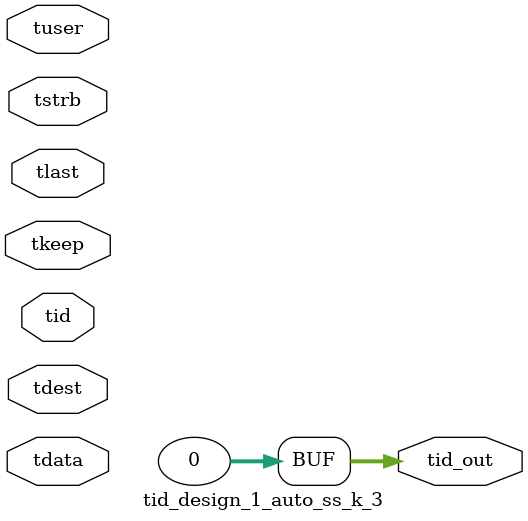
<source format=v>


`timescale 1ps/1ps

module tid_design_1_auto_ss_k_3 #
(
parameter C_S_AXIS_TID_WIDTH   = 1,
parameter C_S_AXIS_TUSER_WIDTH = 0,
parameter C_S_AXIS_TDATA_WIDTH = 0,
parameter C_S_AXIS_TDEST_WIDTH = 0,
parameter C_M_AXIS_TID_WIDTH   = 32
)
(
input  [(C_S_AXIS_TID_WIDTH   == 0 ? 1 : C_S_AXIS_TID_WIDTH)-1:0       ] tid,
input  [(C_S_AXIS_TDATA_WIDTH == 0 ? 1 : C_S_AXIS_TDATA_WIDTH)-1:0     ] tdata,
input  [(C_S_AXIS_TUSER_WIDTH == 0 ? 1 : C_S_AXIS_TUSER_WIDTH)-1:0     ] tuser,
input  [(C_S_AXIS_TDEST_WIDTH == 0 ? 1 : C_S_AXIS_TDEST_WIDTH)-1:0     ] tdest,
input  [(C_S_AXIS_TDATA_WIDTH/8)-1:0 ] tkeep,
input  [(C_S_AXIS_TDATA_WIDTH/8)-1:0 ] tstrb,
input                                                                    tlast,
output [(C_M_AXIS_TID_WIDTH   == 0 ? 1 : C_M_AXIS_TID_WIDTH)-1:0       ] tid_out
);

assign tid_out = {1'b0};

endmodule


</source>
